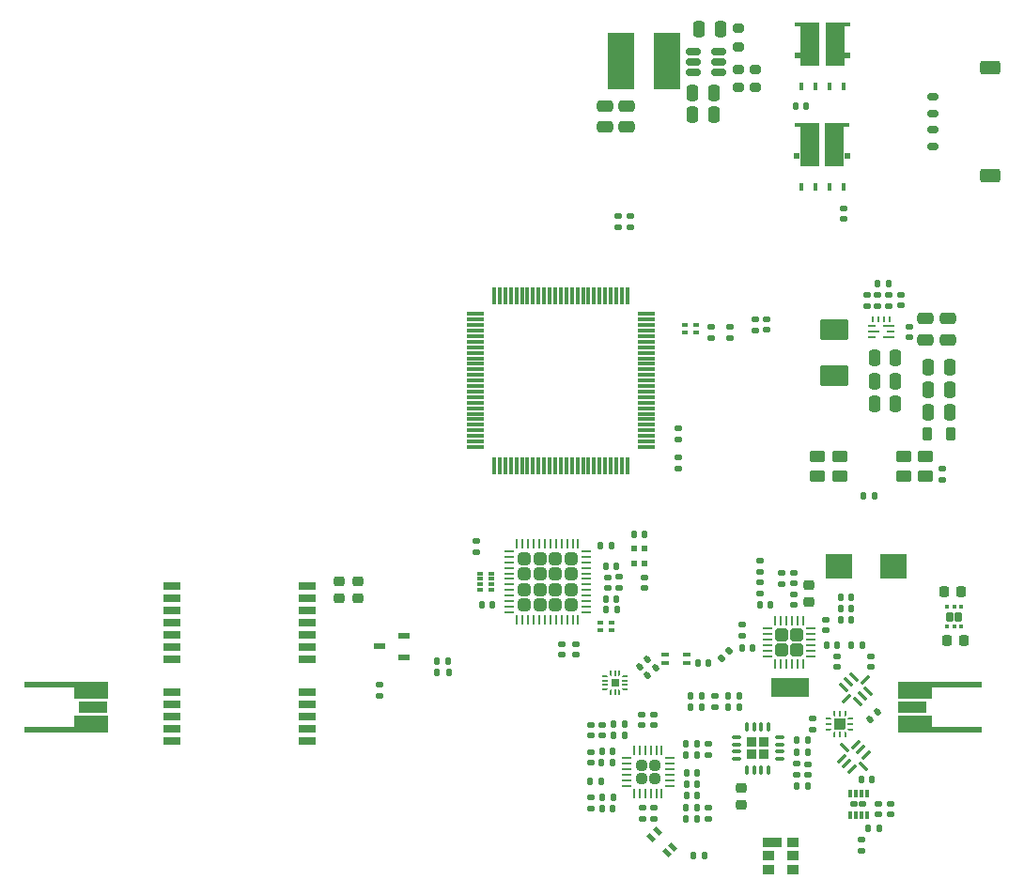
<source format=gbr>
%TF.GenerationSoftware,KiCad,Pcbnew,7.0.5*%
%TF.CreationDate,2024-04-22T16:49:58+03:00*%
%TF.ProjectId,satnogs-comms,7361746e-6f67-4732-9d63-6f6d6d732e6b,rev?*%
%TF.SameCoordinates,PX4eb9cf0PY82ce540*%
%TF.FileFunction,Paste,Top*%
%TF.FilePolarity,Positive*%
%FSLAX46Y46*%
G04 Gerber Fmt 4.6, Leading zero omitted, Abs format (unit mm)*
G04 Created by KiCad (PCBNEW 7.0.5) date 2024-04-22 16:49:58*
%MOMM*%
%LPD*%
G01*
G04 APERTURE LIST*
G04 Aperture macros list*
%AMRoundRect*
0 Rectangle with rounded corners*
0 $1 Rounding radius*
0 $2 $3 $4 $5 $6 $7 $8 $9 X,Y pos of 4 corners*
0 Add a 4 corners polygon primitive as box body*
4,1,4,$2,$3,$4,$5,$6,$7,$8,$9,$2,$3,0*
0 Add four circle primitives for the rounded corners*
1,1,$1+$1,$2,$3*
1,1,$1+$1,$4,$5*
1,1,$1+$1,$6,$7*
1,1,$1+$1,$8,$9*
0 Add four rect primitives between the rounded corners*
20,1,$1+$1,$2,$3,$4,$5,0*
20,1,$1+$1,$4,$5,$6,$7,0*
20,1,$1+$1,$6,$7,$8,$9,0*
20,1,$1+$1,$8,$9,$2,$3,0*%
%AMRotRect*
0 Rectangle, with rotation*
0 The origin of the aperture is its center*
0 $1 length*
0 $2 width*
0 $3 Rotation angle, in degrees counterclockwise*
0 Add horizontal line*
21,1,$1,$2,0,0,$3*%
%AMFreePoly0*
4,1,14,0.155252,0.089749,0.264749,-0.019748,0.275000,-0.044497,0.275000,-0.065000,0.264749,-0.089749,0.240000,-0.100000,-0.240000,-0.100000,-0.264749,-0.089749,-0.275000,-0.065000,-0.275000,0.065000,-0.264749,0.089749,-0.240000,0.100000,0.130503,0.100000,0.155252,0.089749,0.155252,0.089749,$1*%
%AMFreePoly1*
4,1,14,0.264749,0.089749,0.275000,0.065000,0.275000,0.044497,0.264749,0.019748,0.155252,-0.089749,0.130503,-0.100000,-0.240000,-0.100000,-0.264749,-0.089749,-0.275000,-0.065000,-0.275000,0.065000,-0.264749,0.089749,-0.240000,0.100000,0.240000,0.100000,0.264749,0.089749,0.264749,0.089749,$1*%
%AMFreePoly2*
4,1,14,0.089749,0.264749,0.100000,0.240000,0.100000,-0.240000,0.089749,-0.264749,0.065000,-0.275000,-0.065000,-0.275000,-0.089749,-0.264749,-0.100000,-0.240000,-0.100000,0.130503,-0.089749,0.155252,0.019748,0.264749,0.044497,0.275000,0.065000,0.275000,0.089749,0.264749,0.089749,0.264749,$1*%
%AMFreePoly3*
4,1,14,-0.019748,0.264749,0.089749,0.155252,0.100000,0.130503,0.100000,-0.240000,0.089749,-0.264749,0.065000,-0.275000,-0.065000,-0.275000,-0.089749,-0.264749,-0.100000,-0.240000,-0.100000,0.240000,-0.089749,0.264749,-0.065000,0.275000,-0.044497,0.275000,-0.019748,0.264749,-0.019748,0.264749,$1*%
%AMFreePoly4*
4,1,14,0.264749,0.089749,0.275000,0.065000,0.275000,-0.065000,0.264749,-0.089749,0.240000,-0.100000,-0.130503,-0.100000,-0.155252,-0.089749,-0.264749,0.019748,-0.275000,0.044497,-0.275000,0.065000,-0.264749,0.089749,-0.240000,0.100000,0.240000,0.100000,0.264749,0.089749,0.264749,0.089749,$1*%
%AMFreePoly5*
4,1,14,0.264749,0.089749,0.275000,0.065000,0.275000,-0.065000,0.264749,-0.089749,0.240000,-0.100000,-0.240000,-0.100000,-0.264749,-0.089749,-0.275000,-0.065000,-0.275000,-0.044497,-0.264749,-0.019748,-0.155252,0.089749,-0.130503,0.100000,0.240000,0.100000,0.264749,0.089749,0.264749,0.089749,$1*%
%AMFreePoly6*
4,1,14,0.089749,0.264749,0.100000,0.240000,0.100000,-0.130503,0.089749,-0.155252,-0.019748,-0.264749,-0.044497,-0.275000,-0.065000,-0.275000,-0.089749,-0.264749,-0.100000,-0.240000,-0.100000,0.240000,-0.089749,0.264749,-0.065000,0.275000,0.065000,0.275000,0.089749,0.264749,0.089749,0.264749,$1*%
%AMFreePoly7*
4,1,14,0.089749,0.264749,0.100000,0.240000,0.100000,-0.240000,0.089749,-0.264749,0.065000,-0.275000,0.044497,-0.275000,0.019748,-0.264749,-0.089749,-0.155252,-0.100000,-0.130503,-0.100000,0.240000,-0.089749,0.264749,-0.065000,0.275000,0.065000,0.275000,0.089749,0.264749,0.089749,0.264749,$1*%
%AMFreePoly8*
4,1,7,1.500000,-0.775000,-1.500000,-0.775000,-1.500000,0.225000,-6.000000,0.225000,-6.000000,0.775000,1.500000,0.775000,1.500000,-0.775000,1.500000,-0.775000,$1*%
%AMFreePoly9*
4,1,8,1.500000,-0.775000,-1.500000,-0.775000,-6.000000,-0.775000,-6.000000,-0.225000,-1.500000,-0.225000,-1.500000,0.775000,1.500000,0.775000,1.500000,-0.775000,1.500000,-0.775000,$1*%
%AMFreePoly10*
4,1,6,0.125000,-0.099500,-0.013000,-0.237500,-0.125000,-0.237500,-0.125000,0.237500,0.125000,0.237500,0.125000,-0.099500,0.125000,-0.099500,$1*%
%AMFreePoly11*
4,1,6,0.125000,0.099500,0.125000,-0.237500,-0.125000,-0.237500,-0.125000,0.237500,-0.013000,0.237500,0.125000,0.099500,0.125000,0.099500,$1*%
%AMFreePoly12*
4,1,36,0.462941,0.544983,0.479174,0.544983,0.492307,0.535440,0.507748,0.530424,0.517290,0.517290,0.530424,0.507748,0.535440,0.492307,0.544983,0.479174,0.544983,0.462940,0.550000,0.447500,0.550000,-0.447500,0.544983,-0.462940,0.544983,-0.479174,0.535440,-0.492307,0.530424,-0.507748,0.517290,-0.517290,0.507748,-0.530424,0.492307,-0.535440,0.479174,-0.544983,0.462941,-0.544983,
0.447500,-0.550000,-0.447500,-0.550000,-0.462941,-0.544983,-0.479174,-0.544983,-0.492307,-0.535440,-0.507748,-0.530424,-0.517290,-0.517290,-0.530424,-0.507748,-0.535440,-0.492307,-0.544983,-0.479174,-0.544983,-0.462940,-0.550000,-0.447500,-0.550000,0.350000,-0.350000,0.550000,0.447500,0.550000,0.462941,0.544983,0.462941,0.544983,$1*%
G04 Aperture macros list end*
%ADD10RoundRect,0.075000X0.075000X0.075000X-0.075000X0.075000X-0.075000X-0.075000X0.075000X-0.075000X0*%
%ADD11FreePoly0,180.000000*%
%ADD12RoundRect,0.050000X0.225000X0.050000X-0.225000X0.050000X-0.225000X-0.050000X0.225000X-0.050000X0*%
%ADD13FreePoly1,180.000000*%
%ADD14FreePoly2,180.000000*%
%ADD15RoundRect,0.050000X0.050000X0.225000X-0.050000X0.225000X-0.050000X-0.225000X0.050000X-0.225000X0*%
%ADD16FreePoly3,180.000000*%
%ADD17FreePoly4,180.000000*%
%ADD18FreePoly5,180.000000*%
%ADD19FreePoly6,180.000000*%
%ADD20FreePoly7,180.000000*%
%ADD21R,0.740000X0.740000*%
%ADD22RoundRect,0.250000X-0.250000X-0.475000X0.250000X-0.475000X0.250000X0.475000X-0.250000X0.475000X0*%
%ADD23RoundRect,0.250000X0.475000X-0.250000X0.475000X0.250000X-0.475000X0.250000X-0.475000X-0.250000X0*%
%ADD24R,2.350000X5.100000*%
%ADD25RoundRect,0.200000X0.275000X-0.200000X0.275000X0.200000X-0.275000X0.200000X-0.275000X-0.200000X0*%
%ADD26RoundRect,0.200000X-0.275000X0.200000X-0.275000X-0.200000X0.275000X-0.200000X0.275000X0.200000X0*%
%ADD27R,2.600000X1.100000*%
%ADD28FreePoly8,180.000000*%
%ADD29FreePoly9,180.000000*%
%ADD30RoundRect,0.140000X-0.140000X-0.170000X0.140000X-0.170000X0.140000X0.170000X-0.140000X0.170000X0*%
%ADD31RoundRect,0.147500X0.017678X-0.226274X0.226274X-0.017678X-0.017678X0.226274X-0.226274X0.017678X0*%
%ADD32RoundRect,0.250000X0.450000X-0.262500X0.450000X0.262500X-0.450000X0.262500X-0.450000X-0.262500X0*%
%ADD33FreePoly8,0.000000*%
%ADD34FreePoly9,0.000000*%
%ADD35RoundRect,0.147500X0.172500X-0.147500X0.172500X0.147500X-0.172500X0.147500X-0.172500X-0.147500X0*%
%ADD36RotRect,0.350000X1.000000X45.000000*%
%ADD37RotRect,0.350000X1.000000X315.000000*%
%ADD38RoundRect,0.140000X-0.021213X0.219203X-0.219203X0.021213X0.021213X-0.219203X0.219203X-0.021213X0*%
%ADD39RoundRect,0.140000X0.170000X-0.140000X0.170000X0.140000X-0.170000X0.140000X-0.170000X-0.140000X0*%
%ADD40FreePoly10,270.000000*%
%ADD41R,0.475000X0.250000*%
%ADD42FreePoly11,90.000000*%
%ADD43FreePoly10,0.000000*%
%ADD44R,0.250000X0.475000*%
%ADD45FreePoly11,180.000000*%
%ADD46FreePoly10,90.000000*%
%ADD47FreePoly11,270.000000*%
%ADD48FreePoly10,180.000000*%
%ADD49FreePoly11,0.000000*%
%ADD50FreePoly12,180.000000*%
%ADD51RoundRect,0.147500X-0.147500X-0.172500X0.147500X-0.172500X0.147500X0.172500X-0.147500X0.172500X0*%
%ADD52RoundRect,0.140000X-0.180000X0.140000X-0.180000X-0.140000X0.180000X-0.140000X0.180000X0.140000X0*%
%ADD53RoundRect,0.075000X-0.075000X0.275000X-0.075000X-0.275000X0.075000X-0.275000X0.075000X0.275000X0*%
%ADD54R,0.750000X0.400000*%
%ADD55RoundRect,0.135000X0.135000X0.185000X-0.135000X0.185000X-0.135000X-0.185000X0.135000X-0.185000X0*%
%ADD56RoundRect,0.135000X0.185000X-0.135000X0.185000X0.135000X-0.185000X0.135000X-0.185000X-0.135000X0*%
%ADD57RoundRect,0.140000X-0.170000X0.140000X-0.170000X-0.140000X0.170000X-0.140000X0.170000X0.140000X0*%
%ADD58RoundRect,0.147500X-0.172500X0.147500X-0.172500X-0.147500X0.172500X-0.147500X0.172500X0.147500X0*%
%ADD59R,2.370000X2.230000*%
%ADD60RoundRect,0.140000X0.140000X0.170000X-0.140000X0.170000X-0.140000X-0.170000X0.140000X-0.170000X0*%
%ADD61RoundRect,0.150000X-0.512500X-0.150000X0.512500X-0.150000X0.512500X0.150000X-0.512500X0.150000X0*%
%ADD62RoundRect,0.225000X0.225000X0.250000X-0.225000X0.250000X-0.225000X-0.250000X0.225000X-0.250000X0*%
%ADD63RoundRect,0.135000X-0.135000X-0.185000X0.135000X-0.185000X0.135000X0.185000X-0.135000X0.185000X0*%
%ADD64RoundRect,0.135000X-0.185000X0.135000X-0.185000X-0.135000X0.185000X-0.135000X0.185000X0.135000X0*%
%ADD65RoundRect,0.225000X-0.250000X0.225000X-0.250000X-0.225000X0.250000X-0.225000X0.250000X0.225000X0*%
%ADD66RotRect,0.750000X0.400000X135.000000*%
%ADD67RotRect,0.750000X0.400000X315.000000*%
%ADD68RoundRect,0.250000X-0.335000X-0.335000X0.335000X-0.335000X0.335000X0.335000X-0.335000X0.335000X0*%
%ADD69RoundRect,0.062500X-0.350000X-0.062500X0.350000X-0.062500X0.350000X0.062500X-0.350000X0.062500X0*%
%ADD70RoundRect,0.062500X-0.062500X-0.350000X0.062500X-0.350000X0.062500X0.350000X-0.062500X0.350000X0*%
%ADD71RotRect,0.350000X1.000000X135.000000*%
%ADD72RoundRect,0.250000X0.315000X-0.315000X0.315000X0.315000X-0.315000X0.315000X-0.315000X-0.315000X0*%
%ADD73RoundRect,0.062500X0.062500X-0.375000X0.062500X0.375000X-0.062500X0.375000X-0.062500X-0.375000X0*%
%ADD74RoundRect,0.062500X0.375000X-0.062500X0.375000X0.062500X-0.375000X0.062500X-0.375000X-0.062500X0*%
%ADD75R,0.550000X0.500000*%
%ADD76RoundRect,0.240000X0.240000X-0.240000X0.240000X0.240000X-0.240000X0.240000X-0.240000X-0.240000X0*%
%ADD77RoundRect,0.147500X0.147500X0.172500X-0.147500X0.172500X-0.147500X-0.172500X0.147500X-0.172500X0*%
%ADD78RoundRect,0.218750X0.256250X-0.218750X0.256250X0.218750X-0.256250X0.218750X-0.256250X-0.218750X0*%
%ADD79R,0.500000X0.400000*%
%ADD80R,0.500000X0.300000*%
%ADD81RoundRect,0.227500X-0.227500X-0.227500X0.227500X-0.227500X0.227500X0.227500X-0.227500X0.227500X0*%
%ADD82RoundRect,0.075000X-0.350000X-0.075000X0.350000X-0.075000X0.350000X0.075000X-0.350000X0.075000X0*%
%ADD83RoundRect,0.075000X-0.075000X-0.350000X0.075000X-0.350000X0.075000X0.350000X-0.075000X0.350000X0*%
%ADD84R,0.410000X0.720000*%
%ADD85R,1.730000X3.990000*%
%ADD86R,0.470000X0.410000*%
%ADD87R,0.585000X0.510000*%
%ADD88R,3.400000X1.800000*%
%ADD89RoundRect,0.050000X0.275000X-0.050000X0.275000X0.050000X-0.275000X0.050000X-0.275000X-0.050000X0*%
%ADD90RoundRect,0.050000X0.450000X-0.050000X0.450000X0.050000X-0.450000X0.050000X-0.450000X-0.050000X0*%
%ADD91RoundRect,0.062500X0.062500X0.212500X-0.062500X0.212500X-0.062500X-0.212500X0.062500X-0.212500X0*%
%ADD92RoundRect,0.062500X-0.062500X-0.212500X0.062500X-0.212500X0.062500X0.212500X-0.062500X0.212500X0*%
%ADD93RoundRect,0.225000X0.250000X-0.225000X0.250000X0.225000X-0.250000X0.225000X-0.250000X-0.225000X0*%
%ADD94RoundRect,0.250000X0.250000X0.475000X-0.250000X0.475000X-0.250000X-0.475000X0.250000X-0.475000X0*%
%ADD95RoundRect,0.250000X-0.475000X0.250000X-0.475000X-0.250000X0.475000X-0.250000X0.475000X0.250000X0*%
%ADD96RoundRect,0.218750X-0.218750X-0.381250X0.218750X-0.381250X0.218750X0.381250X-0.218750X0.381250X0*%
%ADD97R,1.700000X0.810000*%
%ADD98R,1.050000X0.810000*%
%ADD99RoundRect,0.150000X0.350000X-0.150000X0.350000X0.150000X-0.350000X0.150000X-0.350000X-0.150000X0*%
%ADD100RoundRect,0.250000X0.650000X-0.375000X0.650000X0.375000X-0.650000X0.375000X-0.650000X-0.375000X0*%
%ADD101RoundRect,0.172500X-0.172500X0.262500X-0.172500X-0.262500X0.172500X-0.262500X0.172500X0.262500X0*%
%ADD102RoundRect,0.093750X-0.106250X0.093750X-0.106250X-0.093750X0.106250X-0.093750X0.106250X0.093750X0*%
%ADD103R,1.600000X0.800000*%
%ADD104RoundRect,0.189500X-1.060500X0.758000X-1.060500X-0.758000X1.060500X-0.758000X1.060500X0.758000X0*%
%ADD105R,1.050000X0.600000*%
%ADD106RoundRect,0.075000X0.075000X-0.725000X0.075000X0.725000X-0.075000X0.725000X-0.075000X-0.725000X0*%
%ADD107RoundRect,0.075000X0.725000X-0.075000X0.725000X0.075000X-0.725000X0.075000X-0.725000X-0.075000X0*%
G04 APERTURE END LIST*
D10*
%TO.C,U6*%
X55375000Y21210000D03*
X55375000Y21580000D03*
X55005000Y21210000D03*
X55005000Y21580000D03*
D11*
X56065000Y20795000D03*
D12*
X56065000Y21195000D03*
X56065000Y21595000D03*
D13*
X56065000Y21995000D03*
D14*
X55590000Y22270000D03*
D15*
X55190000Y22270000D03*
D16*
X54790000Y22270000D03*
D17*
X54315000Y21995000D03*
D12*
X54315000Y21595000D03*
X54315000Y21195000D03*
D18*
X54315000Y20795000D03*
D19*
X54790000Y20520000D03*
D15*
X55190000Y20520000D03*
D20*
X55590000Y20520000D03*
D21*
X55190000Y21395000D03*
%TD*%
D22*
%TO.C,C504*%
X62165500Y72628300D03*
X64065500Y72628300D03*
%TD*%
%TO.C,C506*%
X62165500Y74528300D03*
X64065500Y74528300D03*
%TD*%
%TO.C,C512*%
X62778600Y80346300D03*
X64678600Y80346300D03*
%TD*%
D23*
%TO.C,C513*%
X56205500Y71478300D03*
X56205500Y73378300D03*
%TD*%
%TO.C,C516*%
X54254400Y71478300D03*
X54254400Y73378300D03*
%TD*%
D24*
%TO.C,L501*%
X59880500Y77428300D03*
X55730500Y77428300D03*
%TD*%
D25*
%TO.C,R521*%
X66294000Y75044800D03*
X66294000Y76694800D03*
%TD*%
D26*
%TO.C,R522*%
X67843400Y76694700D03*
X67843400Y75044700D03*
%TD*%
D27*
%TO.C,ANT-U1001*%
X82005000Y19151600D03*
D28*
X82205000Y17626600D03*
D29*
X82205000Y20676600D03*
%TD*%
D30*
%TO.C,C1007*%
X65384600Y20167600D03*
X66344600Y20167600D03*
%TD*%
%TO.C,C1027*%
X62664400Y23139400D03*
X63624400Y23139400D03*
%TD*%
D31*
%TO.C,L1003*%
X64782653Y23609300D03*
X65468547Y24295194D03*
%TD*%
D32*
%TO.C,R529*%
X81204500Y40007000D03*
X81204500Y41832000D03*
%TD*%
%TO.C,R530*%
X83154500Y40007000D03*
X83154500Y41832000D03*
%TD*%
D27*
%TO.C,ANT-S901*%
X8153400Y19151600D03*
D33*
X7953400Y20676600D03*
D34*
X7953400Y17626600D03*
%TD*%
D30*
%TO.C,C1040*%
X74221400Y24790400D03*
X75181400Y24790400D03*
%TD*%
D35*
%TO.C,L1004*%
X66624200Y25651600D03*
X66624200Y26621600D03*
%TD*%
D36*
%TO.C,U1012*%
X76696323Y21924016D03*
X76236704Y21464396D03*
X75777084Y21004777D03*
D37*
X76024572Y19979472D03*
D36*
X77049877Y19731984D03*
X77509496Y20191604D03*
X77969116Y20651223D03*
D37*
X77721628Y21676528D03*
%TD*%
D38*
%TO.C,C1055*%
X78850811Y18729011D03*
X78171989Y18050189D03*
%TD*%
D39*
%TO.C,C1052*%
X72951340Y17175400D03*
X72951340Y18135400D03*
%TD*%
D40*
%TO.C,U1018*%
X76375100Y17165700D03*
D41*
X76375100Y17665700D03*
D42*
X76375100Y18165700D03*
D43*
X75912600Y18628200D03*
D44*
X75412600Y18628200D03*
D45*
X74912600Y18628200D03*
D46*
X74450100Y18165700D03*
D41*
X74450100Y17665700D03*
D47*
X74450100Y17165700D03*
D48*
X74912600Y16703200D03*
D44*
X75412600Y16703200D03*
D49*
X75912600Y16703200D03*
D50*
X75412600Y17665700D03*
%TD*%
D51*
%TO.C,L1009*%
X77998600Y8280400D03*
X78968600Y8280400D03*
%TD*%
D52*
%TO.C,U1013*%
X77514400Y10439400D03*
X76714400Y10439400D03*
D53*
X77864400Y11439400D03*
X77364400Y11439400D03*
X76864400Y11439400D03*
X76364400Y11439400D03*
X76364400Y9439400D03*
X76864400Y9439400D03*
X77364400Y9439400D03*
X77864400Y9439400D03*
%TD*%
D39*
%TO.C,C1046*%
X79984600Y9530000D03*
X79984600Y10490000D03*
%TD*%
%TO.C,C1047*%
X78955900Y9530000D03*
X78955900Y10490000D03*
%TD*%
D38*
%TO.C,C1021*%
X58810164Y22780264D03*
X58131342Y22101442D03*
%TD*%
D32*
%TO.C,R532*%
X73450000Y40007000D03*
X73450000Y41832000D03*
%TD*%
D54*
%TO.C,T1001*%
X61630200Y23133100D03*
X61630200Y23933100D03*
X59680200Y23933100D03*
X59680200Y23133100D03*
%TD*%
D55*
%TO.C,R1002*%
X63019400Y20167600D03*
X61999400Y20167600D03*
%TD*%
D56*
%TO.C,R1003*%
X64200900Y19149600D03*
X64200900Y20169600D03*
%TD*%
D26*
%TO.C,R520*%
X66294000Y80377800D03*
X66294000Y78727800D03*
%TD*%
D57*
%TO.C,C1043*%
X78219300Y23797200D03*
X78219300Y22837200D03*
%TD*%
D51*
%TO.C,L1008*%
X76502400Y24777700D03*
X77472400Y24777700D03*
%TD*%
D58*
%TO.C,L1007*%
X75184000Y23802200D03*
X75184000Y22832200D03*
%TD*%
D59*
%TO.C,C1036*%
X75350000Y31860000D03*
X80290000Y31860000D03*
%TD*%
D60*
%TO.C,C1008*%
X66344600Y19151600D03*
X65384600Y19151600D03*
%TD*%
D39*
%TO.C,C1012*%
X63576200Y14912400D03*
X63576200Y15872400D03*
%TD*%
D56*
%TO.C,R533*%
X84632800Y39672800D03*
X84632800Y40692800D03*
%TD*%
D55*
%TO.C,R534*%
X78564200Y38252400D03*
X77544200Y38252400D03*
%TD*%
D61*
%TO.C,U504*%
X62268000Y78284300D03*
X62268000Y77334300D03*
X62268000Y76384300D03*
X64543000Y76384300D03*
X64543000Y77334300D03*
X64543000Y78284300D03*
%TD*%
D30*
%TO.C,C1028*%
X62258000Y5778500D03*
X63218000Y5778500D03*
%TD*%
D39*
%TO.C,C1042*%
X77368400Y6251000D03*
X77368400Y7211000D03*
%TD*%
D62*
%TO.C,C529*%
X86652400Y25189400D03*
X85102400Y25189400D03*
%TD*%
%TO.C,C533*%
X86372400Y29589400D03*
X84822400Y29589400D03*
%TD*%
D57*
%TO.C,C1020*%
X72580500Y14066600D03*
X72580500Y13106600D03*
%TD*%
D63*
%TO.C,R1004*%
X71562500Y15163800D03*
X72582500Y15163800D03*
%TD*%
D30*
%TO.C,C1019*%
X71592500Y12077700D03*
X72552500Y12077700D03*
%TD*%
D64*
%TO.C,R1008*%
X71564500Y14096600D03*
X71564500Y13076600D03*
%TD*%
D55*
%TO.C,R1013*%
X72582500Y16230600D03*
X71562500Y16230600D03*
%TD*%
D65*
%TO.C,C1015*%
X66560700Y11951000D03*
X66560700Y10401000D03*
%TD*%
D66*
%TO.C,T1002*%
X59842586Y6050828D03*
X60408272Y6616514D03*
X59029414Y7995372D03*
D67*
X58463728Y7429686D03*
%TD*%
D68*
%TO.C,U1006*%
X70209700Y25702700D03*
X70209700Y24352700D03*
X71559700Y25702700D03*
X71559700Y24352700D03*
D69*
X68922200Y26277700D03*
X68922200Y25777700D03*
X68922200Y25277700D03*
X68922200Y24777700D03*
X68922200Y24277700D03*
X68922200Y23777700D03*
D70*
X69634700Y23065200D03*
X70134700Y23065200D03*
X70634700Y23065200D03*
X71134700Y23065200D03*
X71634700Y23065200D03*
X72134700Y23065200D03*
D69*
X72847200Y23777700D03*
X72847200Y24277700D03*
X72847200Y24777700D03*
X72847200Y25277700D03*
X72847200Y25777700D03*
X72847200Y26277700D03*
D70*
X72134700Y26990200D03*
X71634700Y26990200D03*
X71134700Y26990200D03*
X70634700Y26990200D03*
X70134700Y26990200D03*
X69634700Y26990200D03*
%TD*%
D39*
%TO.C,C1030*%
X71260000Y30350000D03*
X71260000Y31310000D03*
%TD*%
D30*
%TO.C,C1032*%
X68255000Y28409900D03*
X69215000Y28409900D03*
%TD*%
%TO.C,C1037*%
X75490000Y28120000D03*
X76450000Y28120000D03*
%TD*%
%TO.C,C1038*%
X75490000Y29120000D03*
X76450000Y29120000D03*
%TD*%
D60*
%TO.C,C1039*%
X76449000Y27089100D03*
X75489000Y27089100D03*
%TD*%
D35*
%TO.C,L1005*%
X71260000Y28401900D03*
X71260000Y29371900D03*
%TD*%
D56*
%TO.C,R1020*%
X68250000Y29423900D03*
X68250000Y30443900D03*
%TD*%
D64*
%TO.C,R1017*%
X70218600Y31340000D03*
X70218600Y30320000D03*
%TD*%
D56*
%TO.C,R1019*%
X68250000Y31354300D03*
X68250000Y32374300D03*
%TD*%
D38*
%TO.C,C1022*%
X58099011Y23478811D03*
X57420189Y22799989D03*
%TD*%
D57*
%TO.C,C612*%
X50368200Y24866400D03*
X50368200Y23906400D03*
%TD*%
%TO.C,C613*%
X51638200Y24864000D03*
X51638200Y23904000D03*
%TD*%
D71*
%TO.C,U1015*%
X75611984Y14529823D03*
X76071604Y14070204D03*
X76531223Y13610584D03*
D36*
X77556528Y13858072D03*
D71*
X77804016Y14883377D03*
X77344396Y15342996D03*
X76884777Y15802616D03*
D36*
X75859472Y15555128D03*
%TD*%
D30*
%TO.C,C610*%
X43182600Y28448000D03*
X44142600Y28448000D03*
%TD*%
D56*
%TO.C,R603*%
X55575000Y29925000D03*
X55575000Y30945000D03*
%TD*%
D60*
%TO.C,C609*%
X55318600Y28960000D03*
X54358600Y28960000D03*
%TD*%
D30*
%TO.C,C603*%
X56898600Y34747200D03*
X57858600Y34747200D03*
%TD*%
D72*
%TO.C,U602*%
X47010900Y28405400D03*
X48410900Y28405400D03*
X49810900Y28405400D03*
X51210900Y28405400D03*
X47010900Y29805400D03*
X48410900Y29805400D03*
X49810900Y29805400D03*
X51210900Y29805400D03*
X47010900Y31205400D03*
X48410900Y31205400D03*
X49810900Y31205400D03*
X51210900Y31205400D03*
X47010900Y32605400D03*
X48410900Y32605400D03*
X49810900Y32605400D03*
X51210900Y32605400D03*
D73*
X46360900Y27067900D03*
X46860900Y27067900D03*
X47360900Y27067900D03*
X47860900Y27067900D03*
X48360900Y27067900D03*
X48860900Y27067900D03*
X49360900Y27067900D03*
X49860900Y27067900D03*
X50360900Y27067900D03*
X50860900Y27067900D03*
X51360900Y27067900D03*
X51860900Y27067900D03*
D74*
X52548400Y27755400D03*
X52548400Y28255400D03*
X52548400Y28755400D03*
X52548400Y29255400D03*
X52548400Y29755400D03*
X52548400Y30255400D03*
X52548400Y30755400D03*
X52548400Y31255400D03*
X52548400Y31755400D03*
X52548400Y32255400D03*
X52548400Y32755400D03*
X52548400Y33255400D03*
D73*
X51860900Y33942900D03*
X51360900Y33942900D03*
X50860900Y33942900D03*
X50360900Y33942900D03*
X49860900Y33942900D03*
X49360900Y33942900D03*
X48860900Y33942900D03*
X48360900Y33942900D03*
X47860900Y33942900D03*
X47360900Y33942900D03*
X46860900Y33942900D03*
X46360900Y33942900D03*
D74*
X45673400Y33255400D03*
X45673400Y32755400D03*
X45673400Y32255400D03*
X45673400Y31755400D03*
X45673400Y31255400D03*
X45673400Y30755400D03*
X45673400Y30255400D03*
X45673400Y29755400D03*
X45673400Y29255400D03*
X45673400Y28755400D03*
X45673400Y28255400D03*
X45673400Y27755400D03*
%TD*%
D39*
%TO.C,C602*%
X54550000Y29955000D03*
X54550000Y30915000D03*
%TD*%
%TO.C,C601*%
X57835800Y29949200D03*
X57835800Y30909200D03*
%TD*%
D55*
%TO.C,R606*%
X54866000Y33782000D03*
X53846000Y33782000D03*
%TD*%
D75*
%TO.C,U601*%
X56903600Y33516800D03*
X56903600Y32116800D03*
X57853600Y32116800D03*
X57853600Y33516800D03*
%TD*%
D60*
%TO.C,C607*%
X55318600Y31910000D03*
X54358600Y31910000D03*
%TD*%
D63*
%TO.C,R605*%
X54328600Y27965400D03*
X55348600Y27965400D03*
%TD*%
D60*
%TO.C,C1049*%
X78331000Y12649200D03*
X77371000Y12649200D03*
%TD*%
D55*
%TO.C,R1014*%
X55016000Y11061700D03*
X53996000Y11061700D03*
%TD*%
%TO.C,R1007*%
X62587600Y15910000D03*
X61567600Y15910000D03*
%TD*%
D57*
%TO.C,C1001*%
X57607200Y18516400D03*
X57607200Y17556400D03*
%TD*%
D30*
%TO.C,C1006*%
X54005400Y15189200D03*
X54965400Y15189200D03*
%TD*%
D60*
%TO.C,C1024*%
X54986000Y10020300D03*
X54026000Y10020300D03*
%TD*%
D57*
%TO.C,C1025*%
X57645300Y10106600D03*
X57645300Y9146600D03*
%TD*%
D60*
%TO.C,C1014*%
X62570300Y12255500D03*
X61610300Y12255500D03*
%TD*%
D63*
%TO.C,R1001*%
X61999400Y19151600D03*
X63019400Y19151600D03*
%TD*%
D57*
%TO.C,C1023*%
X53007400Y11021000D03*
X53007400Y10061000D03*
%TD*%
D76*
%TO.C,U1002*%
X57574800Y12763500D03*
X58724800Y12763500D03*
X57574800Y13913500D03*
X58724800Y13913500D03*
D73*
X56899800Y11401000D03*
X57399800Y11401000D03*
X57899800Y11401000D03*
X58399800Y11401000D03*
X58899800Y11401000D03*
X59399800Y11401000D03*
D74*
X60087300Y12088500D03*
X60087300Y12588500D03*
X60087300Y13088500D03*
X60087300Y13588500D03*
X60087300Y14088500D03*
X60087300Y14588500D03*
D73*
X59399800Y15276000D03*
X58899800Y15276000D03*
X58399800Y15276000D03*
X57899800Y15276000D03*
X57399800Y15276000D03*
X56899800Y15276000D03*
D74*
X56212300Y14588500D03*
X56212300Y14088500D03*
X56212300Y13588500D03*
X56212300Y13088500D03*
X56212300Y12588500D03*
X56212300Y12088500D03*
%TD*%
D39*
%TO.C,C1003*%
X53009800Y16647220D03*
X53009800Y17607220D03*
%TD*%
D63*
%TO.C,R1011*%
X52944300Y12537440D03*
X53964300Y12537440D03*
%TD*%
D39*
%TO.C,C1002*%
X58674000Y17556400D03*
X58674000Y18516400D03*
%TD*%
D51*
%TO.C,L1001*%
X55064800Y17635220D03*
X56034800Y17635220D03*
%TD*%
D77*
%TO.C,L1002*%
X56034800Y16619220D03*
X55064800Y16619220D03*
%TD*%
D60*
%TO.C,C1016*%
X62570300Y11239500D03*
X61610300Y11239500D03*
%TD*%
%TO.C,C1009*%
X62570300Y13271500D03*
X61610300Y13271500D03*
%TD*%
D55*
%TO.C,R1005*%
X54995400Y14173200D03*
X53975400Y14173200D03*
%TD*%
D57*
%TO.C,C1005*%
X53012200Y15161200D03*
X53012200Y14201200D03*
%TD*%
D39*
%TO.C,C1026*%
X58661300Y9146600D03*
X58661300Y10106600D03*
%TD*%
%TO.C,C1004*%
X54025800Y16647220D03*
X54025800Y17607220D03*
%TD*%
D60*
%TO.C,C1013*%
X62555700Y14910000D03*
X61595700Y14910000D03*
%TD*%
D30*
%TO.C,C1031*%
X66626800Y24549100D03*
X67586800Y24549100D03*
%TD*%
D63*
%TO.C,R1009*%
X61567600Y9093200D03*
X62587600Y9093200D03*
%TD*%
D30*
%TO.C,C1018*%
X61595200Y10134600D03*
X62555200Y10134600D03*
%TD*%
D39*
%TO.C,C1017*%
X63563500Y9133900D03*
X63563500Y10093900D03*
%TD*%
D58*
%TO.C,L1006*%
X74206100Y27091500D03*
X74206100Y26121500D03*
%TD*%
D78*
%TO.C,FB1001*%
X72620000Y28652500D03*
X72620000Y30227500D03*
%TD*%
D57*
%TO.C,C502*%
X75742800Y64157800D03*
X75742800Y63197800D03*
%TD*%
D60*
%TO.C,C501*%
X72438200Y73360000D03*
X71478200Y73360000D03*
%TD*%
D64*
%TO.C,R604*%
X42646600Y34165000D03*
X42646600Y33145000D03*
%TD*%
D79*
%TO.C,RN601*%
X43061000Y31255400D03*
D80*
X43061000Y30755400D03*
X43061000Y30255400D03*
D79*
X43061000Y29755400D03*
X44061000Y29755400D03*
D80*
X44061000Y30255400D03*
X44061000Y30755400D03*
D79*
X44061000Y31255400D03*
%TD*%
D57*
%TO.C,C510*%
X81675000Y53505000D03*
X81675000Y52545000D03*
%TD*%
D81*
%TO.C,U1001*%
X67521600Y16019000D03*
X67521600Y14969000D03*
X68571600Y16019000D03*
X68571600Y14969000D03*
D82*
X66096600Y16469000D03*
X66096600Y15819000D03*
X66096600Y15169000D03*
X66096600Y14519000D03*
D83*
X67071600Y13544000D03*
X67721600Y13544000D03*
X68371600Y13544000D03*
X69021600Y13544000D03*
D82*
X69996600Y14519000D03*
X69996600Y15169000D03*
X69996600Y15819000D03*
X69996600Y16469000D03*
D83*
X69021600Y17444000D03*
X68371600Y17444000D03*
X67721600Y17444000D03*
X67071600Y17444000D03*
%TD*%
D32*
%TO.C,R531*%
X75442700Y40007000D03*
X75442700Y41832000D03*
%TD*%
D58*
%TO.C,D502*%
X68800000Y54167500D03*
X68800000Y53197500D03*
%TD*%
%TO.C,D401*%
X65532000Y53469400D03*
X65532000Y52499400D03*
%TD*%
D84*
%TO.C,Q1*%
X71958200Y66091800D03*
X73228200Y66091800D03*
X74498200Y66091800D03*
X75768200Y66091800D03*
D85*
X72748200Y69886800D03*
X74978200Y69886800D03*
D86*
X76078200Y71677800D03*
X71648200Y71677800D03*
D87*
X71591200Y68884800D03*
X76135200Y68884800D03*
%TD*%
D64*
%TO.C,R12*%
X33950000Y21195000D03*
X33950000Y20175000D03*
%TD*%
D88*
%TO.C,TP1011*%
X70916800Y20980400D03*
%TD*%
D89*
%TO.C,U3*%
X78300000Y53525000D03*
D90*
X78475000Y53025000D03*
D89*
X78300000Y52525000D03*
D90*
X79875000Y52525000D03*
D89*
X80050000Y53025000D03*
D90*
X79875000Y53525000D03*
D91*
X79925000Y54200000D03*
X79425000Y54200000D03*
X78925000Y54200000D03*
D92*
X78425000Y54200000D03*
%TD*%
D22*
%TO.C,C24*%
X78550000Y46500000D03*
X80450000Y46500000D03*
%TD*%
D64*
%TO.C,R17*%
X56600000Y63445000D03*
X56600000Y62425000D03*
%TD*%
D93*
%TO.C,C9*%
X30340000Y29010000D03*
X30340000Y30560000D03*
%TD*%
D79*
%TO.C,RN401*%
X61500000Y53650000D03*
X61500000Y52950000D03*
X62500000Y52950000D03*
X62500000Y53650000D03*
%TD*%
D84*
%TO.C,Q2*%
X71965000Y75164500D03*
X73235000Y75164500D03*
X74505000Y75164500D03*
X75775000Y75164500D03*
D85*
X72755000Y78959500D03*
X74985000Y78959500D03*
D86*
X76085000Y80750500D03*
X71655000Y80750500D03*
D87*
X71598000Y77957500D03*
X76142000Y77957500D03*
%TD*%
D93*
%TO.C,C5*%
X32000000Y29010000D03*
X32000000Y30560000D03*
%TD*%
D58*
%TO.C,D402*%
X63830200Y53469400D03*
X63830200Y52499400D03*
%TD*%
D55*
%TO.C,R3*%
X40160000Y23360000D03*
X39140000Y23360000D03*
%TD*%
D64*
%TO.C,R7*%
X79875000Y56385000D03*
X79875000Y55365000D03*
%TD*%
D94*
%TO.C,C27*%
X85325000Y47800000D03*
X83425000Y47800000D03*
%TD*%
D95*
%TO.C,C29*%
X85200000Y54225000D03*
X85200000Y52325000D03*
%TD*%
D64*
%TO.C,R18*%
X55500000Y63445000D03*
X55500000Y62425000D03*
%TD*%
D22*
%TO.C,C3*%
X78550000Y50650000D03*
X80450000Y50650000D03*
%TD*%
D96*
%TO.C,L3*%
X83287500Y43850000D03*
X85412500Y43850000D03*
%TD*%
D64*
%TO.C,R5*%
X78875000Y56385000D03*
X78875000Y55365000D03*
%TD*%
D79*
%TO.C,RN603*%
X54848000Y26097000D03*
X54848000Y26797000D03*
X53848000Y26797000D03*
X53848000Y26097000D03*
%TD*%
D97*
%TO.C,FL2*%
X69350000Y6965000D03*
D98*
X69025000Y5775000D03*
X69025000Y4585000D03*
X71175000Y4585000D03*
X71175000Y5775000D03*
X71175000Y6965000D03*
%TD*%
D95*
%TO.C,C7*%
X83175000Y54225000D03*
X83175000Y52325000D03*
%TD*%
D30*
%TO.C,C31*%
X78870000Y57375000D03*
X79830000Y57375000D03*
%TD*%
D63*
%TO.C,R10*%
X39165000Y22310000D03*
X40185000Y22310000D03*
%TD*%
D22*
%TO.C,C23*%
X78550000Y48575000D03*
X80450000Y48575000D03*
%TD*%
D94*
%TO.C,C25*%
X85325000Y49825000D03*
X83425000Y49825000D03*
%TD*%
D39*
%TO.C,C1*%
X80925000Y55395000D03*
X80925000Y56355000D03*
%TD*%
D56*
%TO.C,R2*%
X77875000Y55365000D03*
X77875000Y56385000D03*
%TD*%
D64*
%TO.C,R14*%
X60900000Y41710000D03*
X60900000Y40690000D03*
%TD*%
D99*
%TO.C,J2*%
X83810000Y69740000D03*
X83810000Y71240000D03*
X83810000Y72740000D03*
X83810000Y74240000D03*
D100*
X89000000Y67135000D03*
X89000000Y76845000D03*
%TD*%
D101*
%TO.C,U508*%
X86150400Y27355800D03*
X85350400Y27355800D03*
D102*
X86400400Y28243300D03*
X85750400Y28243300D03*
X85100400Y28243300D03*
X85100400Y26468300D03*
X85750400Y26468300D03*
X86400400Y26468300D03*
%TD*%
D64*
%TO.C,R13*%
X60900000Y44360000D03*
X60900000Y43340000D03*
%TD*%
D103*
%TO.C,IC1*%
X15250000Y30120000D03*
X15250000Y29020000D03*
X15250000Y27920000D03*
X15250000Y26820000D03*
X15250000Y25720000D03*
X15250000Y24620000D03*
X15250000Y23520000D03*
X15250000Y20520000D03*
X15250000Y19420000D03*
X15250000Y18320000D03*
X15250000Y17220000D03*
X15250000Y16120000D03*
X27450000Y16120000D03*
X27450000Y17220000D03*
X27450000Y18320000D03*
X27450000Y19420000D03*
X27450000Y20520000D03*
X27450000Y23520000D03*
X27450000Y24620000D03*
X27450000Y25720000D03*
X27450000Y26820000D03*
X27450000Y27920000D03*
X27450000Y29020000D03*
X27450000Y30120000D03*
%TD*%
D104*
%TO.C,L2*%
X74925000Y53197500D03*
X74925000Y49102500D03*
%TD*%
D94*
%TO.C,C28*%
X85325000Y45775000D03*
X83425000Y45775000D03*
%TD*%
D64*
%TO.C,R537*%
X67809400Y54192500D03*
X67809400Y53172500D03*
%TD*%
D105*
%TO.C,Q3*%
X36150000Y23710000D03*
X36150000Y25610000D03*
X33950000Y24660000D03*
%TD*%
D106*
%TO.C,U1*%
X44292000Y40966000D03*
X44792000Y40966000D03*
X45292000Y40966000D03*
X45792000Y40966000D03*
X46292000Y40966000D03*
X46792000Y40966000D03*
X47292000Y40966000D03*
X47792000Y40966000D03*
X48292000Y40966000D03*
X48792000Y40966000D03*
X49292000Y40966000D03*
X49792000Y40966000D03*
X50292000Y40966000D03*
X50792000Y40966000D03*
X51292000Y40966000D03*
X51792000Y40966000D03*
X52292000Y40966000D03*
X52792000Y40966000D03*
X53292000Y40966000D03*
X53792000Y40966000D03*
X54292000Y40966000D03*
X54792000Y40966000D03*
X55292000Y40966000D03*
X55792000Y40966000D03*
X56292000Y40966000D03*
D107*
X57967000Y42641000D03*
X57967000Y43141000D03*
X57967000Y43641000D03*
X57967000Y44141000D03*
X57967000Y44641000D03*
X57967000Y45141000D03*
X57967000Y45641000D03*
X57967000Y46141000D03*
X57967000Y46641000D03*
X57967000Y47141000D03*
X57967000Y47641000D03*
X57967000Y48141000D03*
X57967000Y48641000D03*
X57967000Y49141000D03*
X57967000Y49641000D03*
X57967000Y50141000D03*
X57967000Y50641000D03*
X57967000Y51141000D03*
X57967000Y51641000D03*
X57967000Y52141000D03*
X57967000Y52641000D03*
X57967000Y53141000D03*
X57967000Y53641000D03*
X57967000Y54141000D03*
X57967000Y54641000D03*
D106*
X56292000Y56316000D03*
X55792000Y56316000D03*
X55292000Y56316000D03*
X54792000Y56316000D03*
X54292000Y56316000D03*
X53792000Y56316000D03*
X53292000Y56316000D03*
X52792000Y56316000D03*
X52292000Y56316000D03*
X51792000Y56316000D03*
X51292000Y56316000D03*
X50792000Y56316000D03*
X50292000Y56316000D03*
X49792000Y56316000D03*
X49292000Y56316000D03*
X48792000Y56316000D03*
X48292000Y56316000D03*
X47792000Y56316000D03*
X47292000Y56316000D03*
X46792000Y56316000D03*
X46292000Y56316000D03*
X45792000Y56316000D03*
X45292000Y56316000D03*
X44792000Y56316000D03*
X44292000Y56316000D03*
D107*
X42617000Y54641000D03*
X42617000Y54141000D03*
X42617000Y53641000D03*
X42617000Y53141000D03*
X42617000Y52641000D03*
X42617000Y52141000D03*
X42617000Y51641000D03*
X42617000Y51141000D03*
X42617000Y50641000D03*
X42617000Y50141000D03*
X42617000Y49641000D03*
X42617000Y49141000D03*
X42617000Y48641000D03*
X42617000Y48141000D03*
X42617000Y47641000D03*
X42617000Y47141000D03*
X42617000Y46641000D03*
X42617000Y46141000D03*
X42617000Y45641000D03*
X42617000Y45141000D03*
X42617000Y44641000D03*
X42617000Y44141000D03*
X42617000Y43641000D03*
X42617000Y43141000D03*
X42617000Y42641000D03*
%TD*%
M02*

</source>
